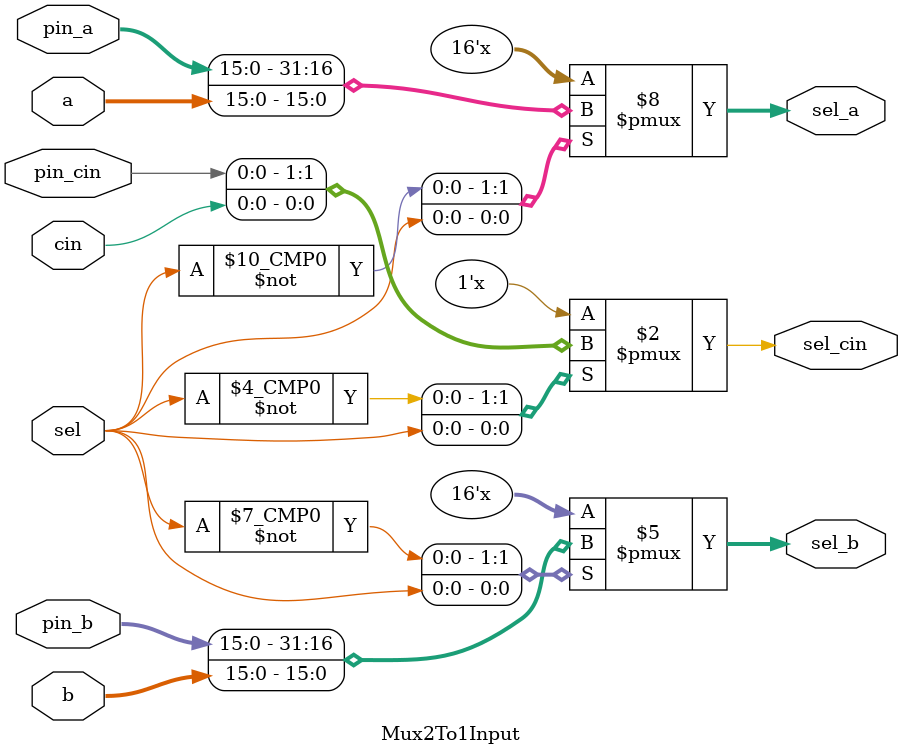
<source format=v>

module Mux2To1Input #(parameter N = 16) (input[N-1:0] pin_a,
                                         input[N-1:0] pin_b,
                                         input pin_cin,
                                         input[N-1:0] a,
                                         input[N-1:0] b,
                                         input cin,
                                         input sel,
                                         output reg[N-1:0] sel_a,
                                         output reg[N-1:0] sel_b,
                                         output reg sel_cin);
   always @(*) begin
      case (sel)
         1'b0: begin
            sel_a = pin_a;
            sel_b = pin_b;
            sel_cin = pin_cin;
         end
         1'b1: begin
            sel_a = a;
            sel_b = b;
            sel_cin = cin;
         end
         default: begin
            sel_a = pin_a;
            sel_b = pin_b;
            sel_cin = pin_cin;
         end
      endcase
   end
endmodule

</source>
